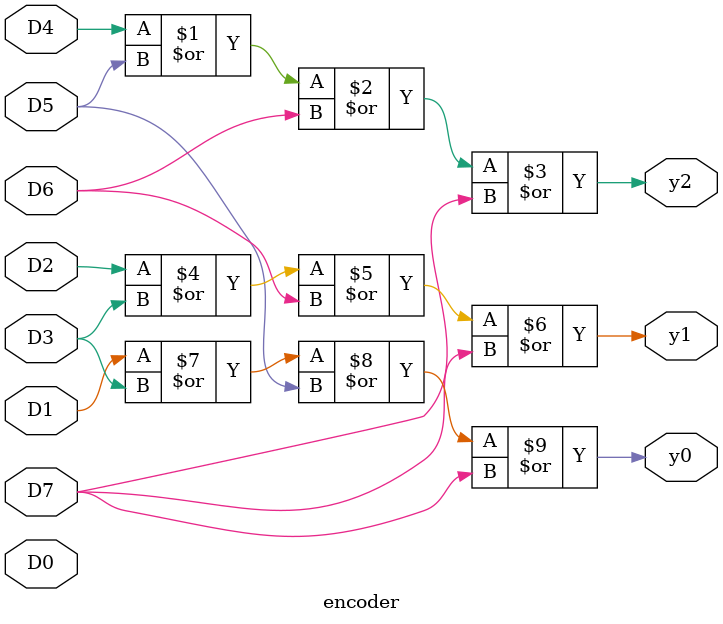
<source format=v>
`timescale 1ns / 1ps


module encoder(
    input D0,D1,D2,D3,D4,D5,D6,D7,
    output y0,y1,y2
    );
    assign y2=D4 | D5 | D6 | D7;
    assign y1=D2 | D3 | D6 | D7;
    assign y0=D1 | D3 | D5 | D7;
endmodule

</source>
